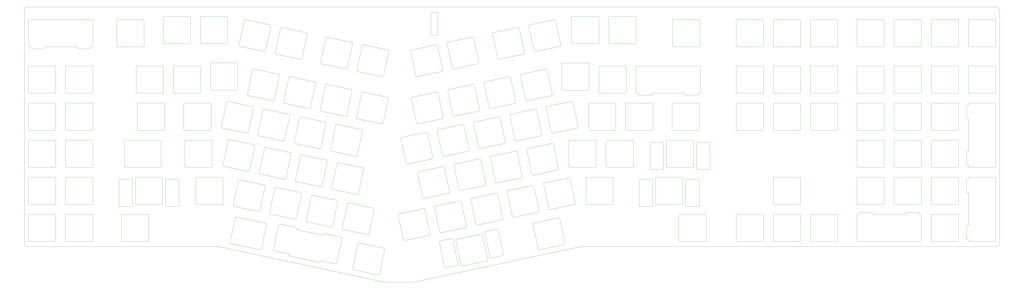
<source format=gm1>
G04 #@! TF.GenerationSoftware,KiCad,Pcbnew,(6.0.1-0)*
G04 #@! TF.CreationDate,2022-06-20T18:56:02-07:00*
G04 #@! TF.ProjectId,plate,706c6174-652e-46b6-9963-61645f706362,rev?*
G04 #@! TF.SameCoordinates,Original*
G04 #@! TF.FileFunction,Profile,NP*
%FSLAX46Y46*%
G04 Gerber Fmt 4.6, Leading zero omitted, Abs format (unit mm)*
G04 Created by KiCad (PCBNEW (6.0.1-0)) date 2022-06-20 18:56:02*
%MOMM*%
%LPD*%
G01*
G04 APERTURE LIST*
G04 #@! TA.AperFunction,Profile*
%ADD10C,0.100000*%
G04 #@! TD*
G04 #@! TA.AperFunction,Profile*
%ADD11C,0.010007*%
G04 #@! TD*
G04 #@! TA.AperFunction,Profile*
%ADD12C,0.010000*%
G04 #@! TD*
G04 APERTURE END LIST*
D10*
X2087500Y-224631250D02*
X497975000Y-224631250D01*
X498768750Y-347662500D02*
G75*
G03*
X500356250Y-346075000I0J1587500D01*
G01*
X498768750Y-347662500D02*
X285750000Y-347662500D01*
X500000Y-346075000D02*
X500000Y-226218750D01*
X500000Y-346075000D02*
G75*
G03*
X2087500Y-347662500I1587500J0D01*
G01*
X500356250Y-227012500D02*
X500356250Y-346075000D01*
X184943750Y-365918750D02*
X200025000Y-365918750D01*
X2087500Y-347662500D02*
X100012500Y-347662500D01*
X2087500Y-224631250D02*
G75*
G03*
X500000Y-226218750I0J-1587500D01*
G01*
X285750000Y-347662500D02*
X200025000Y-365918750D01*
X500356250Y-227012500D02*
G75*
G03*
X497975000Y-224631250I-2381250J0D01*
G01*
X100012500Y-347662500D02*
X184943750Y-365918750D01*
D11*
X82134950Y-274487500D02*
X82134950Y-287478424D01*
X96134950Y-274487500D02*
X96134950Y-287487500D01*
X82634950Y-287978424D02*
X95634950Y-287987500D01*
X82634950Y-273987500D02*
X95634950Y-273987500D01*
X96134950Y-274487500D02*
G75*
G03*
X95634950Y-273987500I-500001J-1D01*
G01*
X82634950Y-273987500D02*
G75*
G03*
X82134950Y-274487500I1J-500001D01*
G01*
X95634950Y-287987500D02*
G75*
G03*
X96134950Y-287487500I-1J500001D01*
G01*
X82134950Y-287478424D02*
G75*
G03*
X82634950Y-287978424I500001J1D01*
G01*
X205688687Y-328563308D02*
X208391539Y-341279227D01*
X195288615Y-344566231D02*
X208006421Y-341872256D01*
X191994621Y-331474071D02*
X194695586Y-344181113D01*
X192379739Y-330881042D02*
X205095658Y-328178190D01*
X192379739Y-330881042D02*
G75*
G03*
X191994621Y-331474071I103956J-489074D01*
G01*
X194695585Y-344181113D02*
G75*
G03*
X195288615Y-344566231I489075J103957D01*
G01*
X205688687Y-328563308D02*
G75*
G03*
X205095658Y-328178190I-489074J-103956D01*
G01*
X208006421Y-341872256D02*
G75*
G03*
X208391539Y-341279227I-103956J489074D01*
G01*
X299131850Y-307028424D02*
X312131850Y-307037500D01*
X299131850Y-293037500D02*
X312131850Y-293037500D01*
X298631850Y-293537500D02*
X298631850Y-306528424D01*
X312631850Y-293537500D02*
X312631850Y-306537500D01*
X298631850Y-306528424D02*
G75*
G03*
X299131850Y-307028424I500001J1D01*
G01*
X312631850Y-293537500D02*
G75*
G03*
X312131850Y-293037500I-500001J-1D01*
G01*
X299131850Y-293037500D02*
G75*
G03*
X298631850Y-293537500I1J-500001D01*
G01*
X312131850Y-307037500D02*
G75*
G03*
X312631850Y-306537500I-1J500001D01*
G01*
X403868750Y-268928424D02*
X416868750Y-268937500D01*
X403868750Y-254937500D02*
X416868750Y-254937500D01*
X403368750Y-255437500D02*
X403368750Y-268428424D01*
X417368750Y-255437500D02*
X417368750Y-268437500D01*
X416868750Y-268937500D02*
G75*
G03*
X417368750Y-268437500I-1J500001D01*
G01*
X417368750Y-255437500D02*
G75*
G03*
X416868750Y-254937500I-500001J-1D01*
G01*
X403868750Y-254937500D02*
G75*
G03*
X403368750Y-255437500I1J-500001D01*
G01*
X403368750Y-268428424D02*
G75*
G03*
X403868750Y-268928424I500001J1D01*
G01*
X145390209Y-238429422D02*
X142687357Y-251145341D01*
X132289172Y-235133541D02*
X145005091Y-237836393D01*
X131696143Y-235518659D02*
X128995178Y-248225700D01*
X129380296Y-248818730D02*
X142094328Y-251530459D01*
X132289172Y-235133541D02*
G75*
G03*
X131696143Y-235518659I-103955J-489074D01*
G01*
X145390209Y-238429422D02*
G75*
G03*
X145005091Y-237836393I-489074J103955D01*
G01*
X128995178Y-248225700D02*
G75*
G03*
X129380296Y-248818730I489075J-103955D01*
G01*
X142094328Y-251530459D02*
G75*
G03*
X142687357Y-251145341I103955J489074D01*
G01*
X163746496Y-338887130D02*
X176460528Y-341598859D01*
X166062343Y-325587059D02*
X163361378Y-338294100D01*
X179756409Y-328497822D02*
X177053557Y-341213741D01*
X166655372Y-325201941D02*
X179371291Y-327904793D01*
X166655372Y-325201941D02*
G75*
G03*
X166062343Y-325587059I-103955J-489074D01*
G01*
X176460528Y-341598859D02*
G75*
G03*
X177053557Y-341213741I103955J489074D01*
G01*
X163361378Y-338294100D02*
G75*
G03*
X163746496Y-338887130I489075J-103955D01*
G01*
X179756409Y-328497822D02*
G75*
G03*
X179371291Y-327904793I-489074J103955D01*
G01*
X379268750Y-231625000D02*
X379268750Y-244625000D01*
X365268750Y-231625000D02*
X365268750Y-244615924D01*
X365768750Y-231125000D02*
X378768750Y-231125000D01*
X365768750Y-245115924D02*
X378768750Y-245125000D01*
X379268750Y-231625000D02*
G75*
G03*
X378768750Y-231125000I-500001J-1D01*
G01*
X365768750Y-231125000D02*
G75*
G03*
X365268750Y-231625000I1J-500001D01*
G01*
X378768750Y-245125000D02*
G75*
G03*
X379268750Y-244625000I-1J500001D01*
G01*
X365268750Y-244615924D02*
G75*
G03*
X365768750Y-245115924I500001J1D01*
G01*
X104835643Y-293125859D02*
X102134678Y-305832900D01*
X105428672Y-292740741D02*
X118144591Y-295443593D01*
X102519796Y-306425930D02*
X115233828Y-309137659D01*
X118529709Y-296036622D02*
X115826857Y-308752541D01*
X118529709Y-296036622D02*
G75*
G03*
X118144591Y-295443593I-489074J103955D01*
G01*
X105428672Y-292740741D02*
G75*
G03*
X104835643Y-293125859I-103955J-489074D01*
G01*
X115233828Y-309137659D02*
G75*
G03*
X115826857Y-308752541I103955J489074D01*
G01*
X102134678Y-305832900D02*
G75*
G03*
X102519796Y-306425930I489075J-103955D01*
G01*
X384818750Y-312087500D02*
X397818750Y-312087500D01*
X398318750Y-312587500D02*
X398318750Y-325587500D01*
X384318750Y-312587500D02*
X384318750Y-325578424D01*
X384818750Y-326078424D02*
X397818750Y-326087500D01*
X384818750Y-312087500D02*
G75*
G03*
X384318750Y-312587500I1J-500001D01*
G01*
X397818750Y-326087500D02*
G75*
G03*
X398318750Y-325587500I-1J500001D01*
G01*
X384318750Y-325578424D02*
G75*
G03*
X384818750Y-326078424I500001J1D01*
G01*
X398318750Y-312587500D02*
G75*
G03*
X397818750Y-312087500I-500001J-1D01*
G01*
X446231250Y-312587500D02*
X446231250Y-325578424D01*
X446731250Y-312087500D02*
X459731250Y-312087500D01*
X460231250Y-312587500D02*
X460231250Y-325587500D01*
X446731250Y-326078424D02*
X459731250Y-326087500D01*
X446231250Y-325578424D02*
G75*
G03*
X446731250Y-326078424I500001J1D01*
G01*
X460231250Y-312587500D02*
G75*
G03*
X459731250Y-312087500I-500001J-1D01*
G01*
X446731250Y-312087500D02*
G75*
G03*
X446231250Y-312587500I1J-500001D01*
G01*
X459731250Y-326087500D02*
G75*
G03*
X460231250Y-325587500I-1J500001D01*
G01*
X271199885Y-289481882D02*
X283917691Y-286787907D01*
X268291009Y-275796693D02*
X281006928Y-273093841D01*
X281599957Y-273478959D02*
X284302809Y-286194878D01*
X267905891Y-276389722D02*
X270606856Y-289096764D01*
X268291009Y-275796693D02*
G75*
G03*
X267905891Y-276389722I103956J-489074D01*
G01*
X283917691Y-286787907D02*
G75*
G03*
X284302809Y-286194878I-103956J489074D01*
G01*
X270606855Y-289096764D02*
G75*
G03*
X271199885Y-289481882I489075J103957D01*
G01*
X281599957Y-273478959D02*
G75*
G03*
X281006928Y-273093841I-489074J-103956D01*
G01*
X198754391Y-271614522D02*
X201455356Y-284321564D01*
X199139509Y-271021493D02*
X211855428Y-268318641D01*
X212448457Y-268703759D02*
X215151309Y-281419678D01*
X202048385Y-284706682D02*
X214766191Y-282012707D01*
X201455355Y-284321564D02*
G75*
G03*
X202048385Y-284706682I489075J103957D01*
G01*
X199139509Y-271021493D02*
G75*
G03*
X198754391Y-271614522I103956J-489074D01*
G01*
X214766191Y-282012707D02*
G75*
G03*
X215151309Y-281419678I-103956J489074D01*
G01*
X212448457Y-268703759D02*
G75*
G03*
X211855428Y-268318641I-489074J-103956D01*
G01*
X230644091Y-284301822D02*
X233345056Y-297008864D01*
X233938085Y-297393982D02*
X246655891Y-294700007D01*
X244338157Y-281391059D02*
X247041009Y-294106978D01*
X231029209Y-283708793D02*
X243745128Y-281005941D01*
X231029209Y-283708793D02*
G75*
G03*
X230644091Y-284301822I103956J-489074D01*
G01*
X246655891Y-294700007D02*
G75*
G03*
X247041009Y-294106978I-103956J489074D01*
G01*
X244338157Y-281391059D02*
G75*
G03*
X243745128Y-281005941I-489074J-103956D01*
G01*
X233345055Y-297008864D02*
G75*
G03*
X233938085Y-297393982I489075J103957D01*
G01*
X403868750Y-287978424D02*
X416868750Y-287987500D01*
X403368750Y-274487500D02*
X403368750Y-287478424D01*
X417368750Y-274487500D02*
X417368750Y-287487500D01*
X403868750Y-273987500D02*
X416868750Y-273987500D01*
X403868750Y-273987500D02*
G75*
G03*
X403368750Y-274487500I1J-500001D01*
G01*
X403368750Y-287478424D02*
G75*
G03*
X403868750Y-287978424I500001J1D01*
G01*
X416868750Y-287987500D02*
G75*
G03*
X417368750Y-287487500I-1J500001D01*
G01*
X417368750Y-274487500D02*
G75*
G03*
X416868750Y-273987500I-500001J-1D01*
G01*
X57793750Y-312087500D02*
X70793750Y-312087500D01*
X48887500Y-313587508D02*
X48887500Y-326587508D01*
X49387500Y-313087500D02*
X55387500Y-313087508D01*
X73200000Y-327087508D02*
X79200000Y-327087508D01*
X72700000Y-313587508D02*
X72700000Y-326587500D01*
X73200000Y-313087508D02*
X79200000Y-313087508D01*
X71293750Y-312587500D02*
X71293750Y-325587500D01*
X57293750Y-312587500D02*
X57293750Y-325587500D01*
X79700000Y-313587508D02*
X79700000Y-326587508D01*
X57793750Y-326087500D02*
X70793750Y-326087500D01*
X49387500Y-327087508D02*
X55387500Y-327087508D01*
X55887500Y-313587508D02*
X55887500Y-326587500D01*
X55387500Y-327087508D02*
G75*
G03*
X55887500Y-326587508I-1J500001D01*
G01*
X55887500Y-313587500D02*
G75*
G03*
X55387500Y-313087500I-500001J-1D01*
G01*
X72700000Y-326587508D02*
G75*
G03*
X73200000Y-327087508I500001J1D01*
G01*
X70793750Y-326087500D02*
G75*
G03*
X71293750Y-325587500I-1J500001D01*
G01*
X73200000Y-313087500D02*
G75*
G03*
X72700000Y-313587500I1J-500001D01*
G01*
X57793750Y-312087500D02*
G75*
G03*
X57293750Y-312587500I1J-500001D01*
G01*
X71293750Y-312587500D02*
G75*
G03*
X70793750Y-312087500I-500001J-1D01*
G01*
X79700000Y-313587500D02*
G75*
G03*
X79200000Y-313087500I-500001J-1D01*
G01*
X79200000Y-327087508D02*
G75*
G03*
X79700000Y-326587508I-1J500001D01*
G01*
X48887500Y-326587508D02*
G75*
G03*
X49387500Y-327087508I500001J1D01*
G01*
X57293750Y-325587500D02*
G75*
G03*
X57793750Y-326087500I500001J1D01*
G01*
X49387500Y-313087500D02*
G75*
G03*
X48887500Y-313587500I1J-500001D01*
G01*
X3025000Y-254937500D02*
X16025000Y-254937500D01*
X16525000Y-255437500D02*
X16525000Y-268437500D01*
X2525000Y-255437500D02*
X2525000Y-268428424D01*
X3025000Y-268928424D02*
X16025000Y-268937500D01*
X3025000Y-254937500D02*
G75*
G03*
X2525000Y-255437500I1J-500001D01*
G01*
X16525000Y-255437500D02*
G75*
G03*
X16025000Y-254937500I-500001J-1D01*
G01*
X2525000Y-268428424D02*
G75*
G03*
X3025000Y-268928424I500001J1D01*
G01*
X16025000Y-268937500D02*
G75*
G03*
X16525000Y-268437500I-1J500001D01*
G01*
X213922885Y-340612082D02*
X226640691Y-337918107D01*
X211014009Y-326926893D02*
X223729928Y-324224041D01*
X224322957Y-324609159D02*
X227025809Y-337325078D01*
X210628891Y-327519922D02*
X213329856Y-340226964D01*
X224322957Y-324609159D02*
G75*
G03*
X223729928Y-324224041I-489074J-103956D01*
G01*
X211014009Y-326926893D02*
G75*
G03*
X210628891Y-327519922I103956J-489074D01*
G01*
X226640691Y-337918107D02*
G75*
G03*
X227025809Y-337325078I-103956J489074D01*
G01*
X213329855Y-340226964D02*
G75*
G03*
X213922885Y-340612082I489075J103957D01*
G01*
X126471996Y-330975030D02*
X139186028Y-333686759D01*
X142481909Y-320585722D02*
X139779057Y-333301641D01*
X129380872Y-317289841D02*
X142096791Y-319992693D01*
X128787843Y-317674959D02*
X126086878Y-330382000D01*
X139186028Y-333686759D02*
G75*
G03*
X139779057Y-333301641I103955J489074D01*
G01*
X129380872Y-317289841D02*
G75*
G03*
X128787843Y-317674959I-103955J-489074D01*
G01*
X126086878Y-330382000D02*
G75*
G03*
X126471996Y-330975030I489075J-103955D01*
G01*
X142481909Y-320585722D02*
G75*
G03*
X142096791Y-319992693I-489074J103955D01*
G01*
X465781250Y-273987500D02*
X478781250Y-273987500D01*
X479281250Y-274487500D02*
X479281250Y-287487500D01*
X465781250Y-287978424D02*
X478781250Y-287987500D01*
X465281250Y-274487500D02*
X465281250Y-287478424D01*
X465281250Y-287478424D02*
G75*
G03*
X465781250Y-287978424I500001J1D01*
G01*
X465781250Y-273987500D02*
G75*
G03*
X465281250Y-274487500I1J-500001D01*
G01*
X479281250Y-274487500D02*
G75*
G03*
X478781250Y-273987500I-500001J-1D01*
G01*
X478781250Y-287987500D02*
G75*
G03*
X479281250Y-287487500I-1J500001D01*
G01*
X379268750Y-331637500D02*
X379268750Y-344637500D01*
X365768750Y-345128424D02*
X378768750Y-345137500D01*
X365268750Y-331637500D02*
X365268750Y-344628424D01*
X365768750Y-331137500D02*
X378768750Y-331137500D01*
X378768750Y-345137500D02*
G75*
G03*
X379268750Y-344637500I-1J500001D01*
G01*
X365768750Y-331137500D02*
G75*
G03*
X365268750Y-331637500I1J-500001D01*
G01*
X379268750Y-331637500D02*
G75*
G03*
X378768750Y-331137500I-500001J-1D01*
G01*
X365268750Y-344628424D02*
G75*
G03*
X365768750Y-345128424I500001J1D01*
G01*
X171264896Y-257746830D02*
X183978928Y-260458559D01*
X174173772Y-244061641D02*
X186889691Y-246764493D01*
X173580743Y-244446759D02*
X170879778Y-257153800D01*
X187274809Y-247357522D02*
X184571957Y-260073441D01*
X170879778Y-257153800D02*
G75*
G03*
X171264896Y-257746830I489075J-103955D01*
G01*
X174173772Y-244061641D02*
G75*
G03*
X173580743Y-244446759I-103955J-489074D01*
G01*
X183978928Y-260458559D02*
G75*
G03*
X184571957Y-260073441I103955J489074D01*
G01*
X187274809Y-247357522D02*
G75*
G03*
X186889691Y-246764493I-489074J103955D01*
G01*
X280228357Y-312709259D02*
X282931209Y-325425178D01*
X266534291Y-315620022D02*
X269235256Y-328327064D01*
X266919409Y-315026993D02*
X279635328Y-312324141D01*
X269828285Y-328712182D02*
X282546091Y-326018207D01*
X266919409Y-315026993D02*
G75*
G03*
X266534291Y-315620022I103956J-489074D01*
G01*
X269235255Y-328327064D02*
G75*
G03*
X269828285Y-328712182I489075J103957D01*
G01*
X280228357Y-312709259D02*
G75*
G03*
X279635328Y-312324141I-489074J-103956D01*
G01*
X282546091Y-326018207D02*
G75*
G03*
X282931209Y-325425178I-103956J489074D01*
G01*
X252568985Y-293431582D02*
X265286791Y-290737607D01*
X262969057Y-277428659D02*
X265671909Y-290144578D01*
X249660109Y-279746393D02*
X262376028Y-277043541D01*
X249274991Y-280339422D02*
X251975956Y-293046464D01*
X251975955Y-293046464D02*
G75*
G03*
X252568985Y-293431582I489075J103957D01*
G01*
X249660109Y-279746393D02*
G75*
G03*
X249274991Y-280339422I103956J-489074D01*
G01*
X265286791Y-290737607D02*
G75*
G03*
X265671909Y-290144578I-103956J489074D01*
G01*
X262969057Y-277428659D02*
G75*
G03*
X262376028Y-277043541I-489074J-103956D01*
G01*
X460231250Y-255437500D02*
X460231250Y-268437500D01*
X446731250Y-254937500D02*
X459731250Y-254937500D01*
X446231250Y-255437500D02*
X446231250Y-268428424D01*
X446731250Y-268928424D02*
X459731250Y-268937500D01*
X460231250Y-255437500D02*
G75*
G03*
X459731250Y-254937500I-500001J-1D01*
G01*
X446731250Y-254937500D02*
G75*
G03*
X446231250Y-255437500I1J-500001D01*
G01*
X459731250Y-268937500D02*
G75*
G03*
X460231250Y-268437500I-1J500001D01*
G01*
X446231250Y-268428424D02*
G75*
G03*
X446731250Y-268928424I500001J1D01*
G01*
X280043750Y-307028424D02*
X293043750Y-307037500D01*
X280043750Y-293037500D02*
X293043750Y-293037500D01*
X279543750Y-293537500D02*
X279543750Y-306528424D01*
X293543750Y-293537500D02*
X293543750Y-306537500D01*
X293043750Y-307037500D02*
G75*
G03*
X293543750Y-306537500I-1J500001D01*
G01*
X280043750Y-293037500D02*
G75*
G03*
X279543750Y-293537500I1J-500001D01*
G01*
X293543750Y-293537500D02*
G75*
G03*
X293043750Y-293037500I-500001J-1D01*
G01*
X279543750Y-306528424D02*
G75*
G03*
X280043750Y-307028424I500001J1D01*
G01*
X212156357Y-244434059D02*
X214859209Y-257149978D01*
X198847409Y-246751793D02*
X211563328Y-244048941D01*
X198462291Y-247344822D02*
X201163256Y-260051864D01*
X201756285Y-260436982D02*
X214474091Y-257743007D01*
X214474091Y-257743007D02*
G75*
G03*
X214859209Y-257149978I-103956J489074D01*
G01*
X212156357Y-244434059D02*
G75*
G03*
X211563328Y-244048941I-489074J-103956D01*
G01*
X198847409Y-246751793D02*
G75*
G03*
X198462291Y-247344822I103956J-489074D01*
G01*
X201163255Y-260051864D02*
G75*
G03*
X201756285Y-260436982I489075J103957D01*
G01*
X117831209Y-276402422D02*
X115128357Y-289118341D01*
X101821296Y-286791730D02*
X114535328Y-289503459D01*
X104730172Y-273106541D02*
X117446091Y-275809393D01*
X104137143Y-273491659D02*
X101436178Y-286198700D01*
X104730172Y-273106541D02*
G75*
G03*
X104137143Y-273491659I-103955J-489074D01*
G01*
X101436178Y-286198700D02*
G75*
G03*
X101821296Y-286791730I489075J-103955D01*
G01*
X117831209Y-276402422D02*
G75*
G03*
X117446091Y-275809393I-489074J103955D01*
G01*
X114535328Y-289503459D02*
G75*
G03*
X115128357Y-289118341I103955J489074D01*
G01*
X446231250Y-274487500D02*
X446231250Y-287478424D01*
X446731250Y-273987500D02*
X459731250Y-273987500D01*
X460231250Y-274487500D02*
X460231250Y-287487500D01*
X446731250Y-287978424D02*
X459731250Y-287987500D01*
X460231250Y-274487500D02*
G75*
G03*
X459731250Y-273987500I-500001J-1D01*
G01*
X446731250Y-273987500D02*
G75*
G03*
X446231250Y-274487500I1J-500001D01*
G01*
X446231250Y-287478424D02*
G75*
G03*
X446731250Y-287978424I500001J1D01*
G01*
X459731250Y-287987500D02*
G75*
G03*
X460231250Y-287487500I-1J500001D01*
G01*
X136462109Y-280364822D02*
X133759257Y-293080741D01*
X120452196Y-290754130D02*
X133166228Y-293465859D01*
X123361072Y-277068941D02*
X136076991Y-279771793D01*
X122768043Y-277454059D02*
X120067078Y-290161100D01*
X136462109Y-280364822D02*
G75*
G03*
X136076991Y-279771793I-489074J103955D01*
G01*
X123361072Y-277068941D02*
G75*
G03*
X122768043Y-277454059I-103955J-489074D01*
G01*
X120067078Y-290161100D02*
G75*
G03*
X120452196Y-290754130I489075J-103955D01*
G01*
X133166228Y-293465859D02*
G75*
G03*
X133759257Y-293080741I103955J489074D01*
G01*
X231092057Y-264754059D02*
X233794909Y-277469978D01*
X217397991Y-267664822D02*
X220098956Y-280371864D01*
X220691985Y-280756982D02*
X233409791Y-278063007D01*
X217783109Y-267071793D02*
X230499028Y-264368941D01*
X231092057Y-264754059D02*
G75*
G03*
X230499028Y-264368941I-489074J-103956D01*
G01*
X233409791Y-278063007D02*
G75*
G03*
X233794909Y-277469978I-103956J489074D01*
G01*
X217783109Y-267071793D02*
G75*
G03*
X217397991Y-267664822I103956J-489074D01*
G01*
X220098955Y-280371864D02*
G75*
G03*
X220691985Y-280756982I489075J103957D01*
G01*
X110169643Y-313725259D02*
X107468678Y-326432300D01*
X123863709Y-316636022D02*
X121160857Y-329351941D01*
X110762672Y-313340141D02*
X123478591Y-316042993D01*
X107853796Y-327025330D02*
X120567828Y-329737059D01*
X123863709Y-316636022D02*
G75*
G03*
X123478591Y-316042993I-489074J103955D01*
G01*
X120567828Y-329737059D02*
G75*
G03*
X121160857Y-329351941I103955J489074D01*
G01*
X110762672Y-313340141D02*
G75*
G03*
X110169643Y-313725259I-103955J-489074D01*
G01*
X107468678Y-326432300D02*
G75*
G03*
X107853796Y-327025330I489075J-103955D01*
G01*
X365768750Y-287978424D02*
X378768750Y-287987500D01*
X365768750Y-273987500D02*
X378768750Y-273987500D01*
X365268750Y-274487500D02*
X365268750Y-287478424D01*
X379268750Y-274487500D02*
X379268750Y-287487500D01*
X378768750Y-287987500D02*
G75*
G03*
X379268750Y-287487500I-1J500001D01*
G01*
X379268750Y-274487500D02*
G75*
G03*
X378768750Y-273987500I-500001J-1D01*
G01*
X365268750Y-287478424D02*
G75*
G03*
X365768750Y-287978424I500001J1D01*
G01*
X365768750Y-273987500D02*
G75*
G03*
X365268750Y-274487500I1J-500001D01*
G01*
X22075000Y-287978424D02*
X35075000Y-287987500D01*
X35575000Y-274487500D02*
X35575000Y-287487500D01*
X21575000Y-274487500D02*
X21575000Y-287478424D01*
X22075000Y-273987500D02*
X35075000Y-273987500D01*
X21575000Y-287478424D02*
G75*
G03*
X22075000Y-287978424I500001J1D01*
G01*
X22075000Y-273987500D02*
G75*
G03*
X21575000Y-274487500I1J-500001D01*
G01*
X35075000Y-287987500D02*
G75*
G03*
X35575000Y-287487500I-1J500001D01*
G01*
X35575000Y-274487500D02*
G75*
G03*
X35075000Y-273987500I-500001J-1D01*
G01*
X479281250Y-231625000D02*
X479281250Y-244625000D01*
X465781250Y-245115924D02*
X478781250Y-245125000D01*
X465281250Y-231625000D02*
X465281250Y-244615924D01*
X465781250Y-231125000D02*
X478781250Y-231125000D01*
X465281250Y-244615924D02*
G75*
G03*
X465781250Y-245115924I500001J1D01*
G01*
X465781250Y-231125000D02*
G75*
G03*
X465281250Y-231625000I1J-500001D01*
G01*
X478781250Y-245125000D02*
G75*
G03*
X479281250Y-244625000I-1J500001D01*
G01*
X479281250Y-231625000D02*
G75*
G03*
X478781250Y-231125000I-500001J-1D01*
G01*
X384318750Y-231625000D02*
X384318750Y-244615924D01*
X384818750Y-245115924D02*
X397818750Y-245125000D01*
X398318750Y-231625000D02*
X398318750Y-244625000D01*
X384818750Y-231125000D02*
X397818750Y-231125000D01*
X384318750Y-244615924D02*
G75*
G03*
X384818750Y-245115924I500001J1D01*
G01*
X397818750Y-245125000D02*
G75*
G03*
X398318750Y-244625000I-1J500001D01*
G01*
X384818750Y-231125000D02*
G75*
G03*
X384318750Y-231625000I1J-500001D01*
G01*
X398318750Y-231625000D02*
G75*
G03*
X397818750Y-231125000I-500001J-1D01*
G01*
X308639450Y-274487500D02*
X308639450Y-287478424D01*
X322639450Y-274487500D02*
X322639450Y-287487500D01*
X309139450Y-273987500D02*
X322139450Y-273987500D01*
X309139450Y-287978424D02*
X322139450Y-287987500D01*
X308639450Y-287478424D02*
G75*
G03*
X309139450Y-287978424I500001J1D01*
G01*
X322639450Y-274487500D02*
G75*
G03*
X322139450Y-273987500I-500001J-1D01*
G01*
X309139450Y-273987500D02*
G75*
G03*
X308639450Y-274487500I1J-500001D01*
G01*
X322139450Y-287987500D02*
G75*
G03*
X322639450Y-287487500I-1J500001D01*
G01*
X173723909Y-288251522D02*
X171021057Y-300967441D01*
X160029843Y-285340759D02*
X157328878Y-298047800D01*
X160622872Y-284955641D02*
X173338791Y-287658493D01*
X157713996Y-298640830D02*
X170428028Y-301352559D01*
X160622872Y-284955641D02*
G75*
G03*
X160029843Y-285340759I-103955J-489074D01*
G01*
X157328878Y-298047800D02*
G75*
G03*
X157713996Y-298640830I489075J-103955D01*
G01*
X173723909Y-288251522D02*
G75*
G03*
X173338791Y-287658493I-489074J103955D01*
G01*
X170428028Y-301352559D02*
G75*
G03*
X171021057Y-300967441I103955J489074D01*
G01*
X35575000Y-293537500D02*
X35575000Y-306537500D01*
X22075000Y-307028424D02*
X35075000Y-307037500D01*
X21575000Y-293537500D02*
X21575000Y-306528424D01*
X22075000Y-293037500D02*
X35075000Y-293037500D01*
X35575000Y-293537500D02*
G75*
G03*
X35075000Y-293037500I-500001J-1D01*
G01*
X35075000Y-307037500D02*
G75*
G03*
X35575000Y-306537500I-1J500001D01*
G01*
X22075000Y-293037500D02*
G75*
G03*
X21575000Y-293537500I1J-500001D01*
G01*
X21575000Y-306528424D02*
G75*
G03*
X22075000Y-307028424I500001J1D01*
G01*
X484831250Y-231125000D02*
X497831250Y-231125000D01*
X498331250Y-231625000D02*
X498331250Y-244625000D01*
X484831250Y-245115924D02*
X497831250Y-245125000D01*
X484331250Y-231625000D02*
X484331250Y-244615924D01*
X484331250Y-244615924D02*
G75*
G03*
X484831250Y-245115924I500001J1D01*
G01*
X498331250Y-231625000D02*
G75*
G03*
X497831250Y-231125000I-500001J-1D01*
G01*
X497831250Y-245125000D02*
G75*
G03*
X498331250Y-244625000I-1J500001D01*
G01*
X484831250Y-231125000D02*
G75*
G03*
X484331250Y-231625000I1J-500001D01*
G01*
X77280218Y-268928424D02*
X90280218Y-268937500D01*
X77280218Y-254937500D02*
X90280218Y-254937500D01*
X76780218Y-255437500D02*
X76780218Y-268428424D01*
X90780218Y-255437500D02*
X90780218Y-268437500D01*
X90780218Y-255437500D02*
G75*
G03*
X90280218Y-254937500I-500001J-1D01*
G01*
X77280218Y-254937500D02*
G75*
G03*
X76780218Y-255437500I1J-500001D01*
G01*
X76780218Y-268428424D02*
G75*
G03*
X77280218Y-268928424I500001J1D01*
G01*
X90280218Y-268937500D02*
G75*
G03*
X90780218Y-268437500I-1J500001D01*
G01*
X58322450Y-274474800D02*
X58322450Y-287465724D01*
X58822450Y-287965724D02*
X71822450Y-287974800D01*
X58822450Y-273974800D02*
X71822450Y-273974800D01*
X72322450Y-274474800D02*
X72322450Y-287474800D01*
X58322450Y-287465724D02*
G75*
G03*
X58822450Y-287965724I500001J1D01*
G01*
X72322450Y-274474800D02*
G75*
G03*
X71822450Y-273974800I-500001J-1D01*
G01*
X71822450Y-287974800D02*
G75*
G03*
X72322450Y-287474800I-1J500001D01*
G01*
X58822450Y-273974800D02*
G75*
G03*
X58322450Y-274474800I1J-500001D01*
G01*
X35575000Y-312587500D02*
X35575000Y-325587500D01*
X21575000Y-312587500D02*
X21575000Y-325578424D01*
X22075000Y-326078424D02*
X35075000Y-326087500D01*
X22075000Y-312087500D02*
X35075000Y-312087500D01*
X21575000Y-325578424D02*
G75*
G03*
X22075000Y-326078424I500001J1D01*
G01*
X35575000Y-312587500D02*
G75*
G03*
X35075000Y-312087500I-500001J-1D01*
G01*
X22075000Y-312087500D02*
G75*
G03*
X21575000Y-312587500I1J-500001D01*
G01*
X35075000Y-326087500D02*
G75*
G03*
X35575000Y-325587500I-1J500001D01*
G01*
X220387185Y-256474582D02*
X233104991Y-253780607D01*
X217093191Y-243382422D02*
X219794156Y-256089464D01*
X230787257Y-240471659D02*
X233490109Y-253187578D01*
X217478309Y-242789393D02*
X230194228Y-240086541D01*
X217478309Y-242789393D02*
G75*
G03*
X217093191Y-243382422I103956J-489074D01*
G01*
X233104991Y-253780607D02*
G75*
G03*
X233490109Y-253187578I-103956J489074D01*
G01*
X230787257Y-240471659D02*
G75*
G03*
X230194228Y-240086541I-489074J-103956D01*
G01*
X219794155Y-256089464D02*
G75*
G03*
X220387185Y-256474582I489075J103957D01*
G01*
X91131250Y-229537500D02*
X104131250Y-229537500D01*
X90631250Y-230037500D02*
X90631250Y-243028424D01*
X91131250Y-243528424D02*
X104131250Y-243537500D01*
X104631250Y-230037500D02*
X104631250Y-243037500D01*
X104131250Y-243537500D02*
G75*
G03*
X104631250Y-243037500I-1J500001D01*
G01*
X90631250Y-243028424D02*
G75*
G03*
X91131250Y-243528424I500001J1D01*
G01*
X104631250Y-230037500D02*
G75*
G03*
X104131250Y-229537500I-500001J-1D01*
G01*
X91131250Y-229537500D02*
G75*
G03*
X90631250Y-230037500I1J-500001D01*
G01*
X173932472Y-268318641D02*
X186648391Y-271021493D01*
X171023596Y-282003830D02*
X183737628Y-284715559D01*
X187033509Y-271614522D02*
X184330657Y-284330441D01*
X173339443Y-268703759D02*
X170638478Y-281410800D01*
X173932472Y-268318641D02*
G75*
G03*
X173339443Y-268703759I-103955J-489074D01*
G01*
X183737628Y-284715559D02*
G75*
G03*
X184330657Y-284330441I103955J489074D01*
G01*
X187033509Y-271614522D02*
G75*
G03*
X186648391Y-271021493I-489074J103955D01*
G01*
X170638478Y-281410800D02*
G75*
G03*
X171023596Y-282003830I489075J-103955D01*
G01*
X446731250Y-231125000D02*
X459731250Y-231125000D01*
X446731250Y-245115924D02*
X459731250Y-245125000D01*
X446231250Y-231625000D02*
X446231250Y-244615924D01*
X460231250Y-231625000D02*
X460231250Y-244625000D01*
X459731250Y-245125000D02*
G75*
G03*
X460231250Y-244625000I-1J500001D01*
G01*
X446731250Y-231125000D02*
G75*
G03*
X446231250Y-231625000I1J-500001D01*
G01*
X460231250Y-231625000D02*
G75*
G03*
X459731250Y-231125000I-500001J-1D01*
G01*
X446231250Y-244615924D02*
G75*
G03*
X446731250Y-245115924I500001J1D01*
G01*
X239297485Y-276781882D02*
X252015291Y-274087907D01*
X236388609Y-263096693D02*
X249104528Y-260393841D01*
X236003491Y-263689722D02*
X238704456Y-276396764D01*
X249697557Y-260778959D02*
X252400409Y-273494878D01*
X236388609Y-263096693D02*
G75*
G03*
X236003491Y-263689722I103956J-489074D01*
G01*
X249697557Y-260778959D02*
G75*
G03*
X249104528Y-260393841I-489074J-103956D01*
G01*
X252015291Y-274087907D02*
G75*
G03*
X252400409Y-273494878I-103956J489074D01*
G01*
X238704455Y-276396764D02*
G75*
G03*
X239297485Y-276781882I489075J103957D01*
G01*
X398318750Y-331637500D02*
X398318750Y-344637500D01*
X384818750Y-345128424D02*
X397818750Y-345137500D01*
X384318750Y-331637500D02*
X384318750Y-344628424D01*
X384818750Y-331137500D02*
X397818750Y-331137500D01*
X398318750Y-331637500D02*
G75*
G03*
X397818750Y-331137500I-500001J-1D01*
G01*
X384818750Y-331137500D02*
G75*
G03*
X384318750Y-331637500I1J-500001D01*
G01*
X384318750Y-344628424D02*
G75*
G03*
X384818750Y-345128424I500001J1D01*
G01*
X397818750Y-345137500D02*
G75*
G03*
X398318750Y-344637500I-1J500001D01*
G01*
X171434443Y-346211859D02*
X168733478Y-358918900D01*
X169118596Y-359511930D02*
X181832628Y-362223659D01*
X172027472Y-345826741D02*
X184743391Y-348529593D01*
X185128509Y-349122622D02*
X182425657Y-361838541D01*
X181832628Y-362223659D02*
G75*
G03*
X182425657Y-361838541I103955J489074D01*
G01*
X172027472Y-345826741D02*
G75*
G03*
X171434443Y-346211859I-103955J-489074D01*
G01*
X185128509Y-349122622D02*
G75*
G03*
X184743391Y-348529593I-489074J103955D01*
G01*
X168733478Y-358918900D02*
G75*
G03*
X169118596Y-359511930I489075J-103955D01*
G01*
X115105496Y-270129330D02*
X127819528Y-272841059D01*
X131115409Y-259740022D02*
X128412557Y-272455941D01*
X118014372Y-256444141D02*
X130730291Y-259146993D01*
X117421343Y-256829259D02*
X114720378Y-269536300D01*
X131115409Y-259740022D02*
G75*
G03*
X130730291Y-259146993I-489074J103955D01*
G01*
X114720378Y-269536300D02*
G75*
G03*
X115105496Y-270129330I489075J-103955D01*
G01*
X118014372Y-256444141D02*
G75*
G03*
X117421343Y-256829259I-103955J-489074D01*
G01*
X127819528Y-272841059D02*
G75*
G03*
X128412557Y-272455941I103955J489074D01*
G01*
X212411009Y-287658493D02*
X225126928Y-284955641D01*
X212025891Y-288251522D02*
X214726856Y-300958564D01*
X215319885Y-301343682D02*
X228037691Y-298649707D01*
X225719957Y-285340759D02*
X228422809Y-298056678D01*
X228037691Y-298649707D02*
G75*
G03*
X228422809Y-298056678I-103956J489074D01*
G01*
X225719957Y-285340759D02*
G75*
G03*
X225126928Y-284955641I-489074J-103956D01*
G01*
X212411009Y-287658493D02*
G75*
G03*
X212025891Y-288251522I103956J-489074D01*
G01*
X214726855Y-300958564D02*
G75*
G03*
X215319885Y-301343682I489075J103957D01*
G01*
X427181250Y-312587500D02*
X427181250Y-325578424D01*
X427681250Y-312087500D02*
X440681250Y-312087500D01*
X427681250Y-326078424D02*
X440681250Y-326087500D01*
X441181250Y-312587500D02*
X441181250Y-325587500D01*
X441181250Y-312587500D02*
G75*
G03*
X440681250Y-312087500I-500001J-1D01*
G01*
X427181250Y-325578424D02*
G75*
G03*
X427681250Y-326078424I500001J1D01*
G01*
X427681250Y-312087500D02*
G75*
G03*
X427181250Y-312587500I1J-500001D01*
G01*
X440681250Y-326087500D02*
G75*
G03*
X441181250Y-325587500I-1J500001D01*
G01*
X441181250Y-231625000D02*
X441181250Y-244625000D01*
X427681250Y-231125000D02*
X440681250Y-231125000D01*
X427181250Y-231625000D02*
X427181250Y-244615924D01*
X427681250Y-245115924D02*
X440681250Y-245125000D01*
X441181250Y-231625000D02*
G75*
G03*
X440681250Y-231125000I-500001J-1D01*
G01*
X440681250Y-245125000D02*
G75*
G03*
X441181250Y-244625000I-1J500001D01*
G01*
X427681250Y-231125000D02*
G75*
G03*
X427181250Y-231625000I1J-500001D01*
G01*
X427181250Y-244615924D02*
G75*
G03*
X427681250Y-245115924I500001J1D01*
G01*
X254066357Y-235518659D02*
X256769209Y-248234578D01*
X240372291Y-238429422D02*
X243073256Y-251136464D01*
X243666285Y-251521582D02*
X256384091Y-248827607D01*
X240757409Y-237836393D02*
X253473328Y-235133541D01*
X240757409Y-237836393D02*
G75*
G03*
X240372291Y-238429422I103956J-489074D01*
G01*
X243073255Y-251136464D02*
G75*
G03*
X243666285Y-251521582I489075J103957D01*
G01*
X254066357Y-235518659D02*
G75*
G03*
X253473328Y-235133541I-489074J-103956D01*
G01*
X256384091Y-248827607D02*
G75*
G03*
X256769209Y-248234578I-103956J489074D01*
G01*
X57725550Y-255437500D02*
X57725550Y-268428424D01*
X58225550Y-254937500D02*
X71225550Y-254937500D01*
X58225550Y-268928424D02*
X71225550Y-268937500D01*
X71725550Y-255437500D02*
X71725550Y-268437500D01*
X71225550Y-268937500D02*
G75*
G03*
X71725550Y-268437500I-1J500001D01*
G01*
X58225550Y-254937500D02*
G75*
G03*
X57725550Y-255437500I1J-500001D01*
G01*
X71725550Y-255437500D02*
G75*
G03*
X71225550Y-254937500I-500001J-1D01*
G01*
X57725550Y-268428424D02*
G75*
G03*
X58225550Y-268928424I500001J1D01*
G01*
X479281250Y-255437500D02*
X479281250Y-268437500D01*
X465281250Y-255437500D02*
X465281250Y-268428424D01*
X465781250Y-254937500D02*
X478781250Y-254937500D01*
X465781250Y-268928424D02*
X478781250Y-268937500D01*
X478781250Y-268937500D02*
G75*
G03*
X479281250Y-268437500I-1J500001D01*
G01*
X465281250Y-268428424D02*
G75*
G03*
X465781250Y-268928424I500001J1D01*
G01*
X479281250Y-255437500D02*
G75*
G03*
X478781250Y-254937500I-500001J-1D01*
G01*
X465781250Y-254937500D02*
G75*
G03*
X465281250Y-255437500I1J-500001D01*
G01*
X154962543Y-240484359D02*
X152261578Y-253191400D01*
X168656609Y-243395122D02*
X165953757Y-256111041D01*
X155555572Y-240099241D02*
X168271491Y-242802093D01*
X152646696Y-253784430D02*
X165360728Y-256496159D01*
X168656609Y-243395122D02*
G75*
G03*
X168271491Y-242802093I-489074J103955D01*
G01*
X155555572Y-240099241D02*
G75*
G03*
X154962543Y-240484359I-103955J-489074D01*
G01*
X152261578Y-253191400D02*
G75*
G03*
X152646696Y-253784430I489075J-103955D01*
G01*
X165360728Y-256496159D02*
G75*
G03*
X165953757Y-256111041I103955J489074D01*
G01*
X259388309Y-233873993D02*
X272104228Y-231171141D01*
X262297185Y-247559182D02*
X275014991Y-244865207D01*
X259003191Y-234467022D02*
X261704156Y-247174064D01*
X272697257Y-231556259D02*
X275400109Y-244272178D01*
X275014991Y-244865207D02*
G75*
G03*
X275400109Y-244272178I-103956J489074D01*
G01*
X272697257Y-231556259D02*
G75*
G03*
X272104228Y-231171141I-489074J-103956D01*
G01*
X259388309Y-233873993D02*
G75*
G03*
X259003191Y-234467022I103956J-489074D01*
G01*
X261704155Y-247174064D02*
G75*
G03*
X262297185Y-247559182I489075J103957D01*
G01*
X271579657Y-295068959D02*
X274282509Y-307784878D01*
X258270709Y-297386693D02*
X270986628Y-294683841D01*
X257885591Y-297979722D02*
X260586556Y-310686764D01*
X261179585Y-311071882D02*
X273897391Y-308377907D01*
X273897391Y-308377907D02*
G75*
G03*
X274282509Y-307784878I-103956J489074D01*
G01*
X271579657Y-295068959D02*
G75*
G03*
X270986628Y-294683841I-489074J-103956D01*
G01*
X260586555Y-310686764D02*
G75*
G03*
X261179585Y-311071882I489075J103957D01*
G01*
X258270709Y-297386693D02*
G75*
G03*
X257885591Y-297979722I103956J-489074D01*
G01*
D12*
X484331250Y-320206250D02*
X483831242Y-320206250D01*
D11*
X483331242Y-313706250D02*
X483331242Y-319706250D01*
D12*
X484331250Y-337018750D02*
X484331250Y-320206250D01*
D11*
X483331242Y-337518750D02*
X483331242Y-343518750D01*
D12*
X497831250Y-312087500D02*
X484840326Y-312087500D01*
X484331250Y-337018750D02*
X483831242Y-337018750D01*
X498331250Y-312587500D02*
X498331250Y-344637500D01*
X484331250Y-344637500D02*
X484331250Y-344018750D01*
X497831250Y-345137500D02*
X484831250Y-345137500D01*
X484331250Y-313206250D02*
X483831242Y-313206250D01*
X484331250Y-313206250D02*
X484331250Y-312587500D01*
X484331250Y-344018750D02*
X483831242Y-344018750D01*
D11*
X483831242Y-313206250D02*
G75*
G03*
X483331242Y-313706250I1J-500001D01*
G01*
X483831242Y-337018750D02*
G75*
G03*
X483331242Y-337518750I1J-500001D01*
G01*
X498331250Y-312587500D02*
G75*
G03*
X497831250Y-312087500I-500001J-1D01*
G01*
X484331250Y-344637500D02*
G75*
G03*
X484831250Y-345137500I500001J1D01*
G01*
X483331242Y-343518750D02*
G75*
G03*
X483831242Y-344018750I500001J1D01*
G01*
X483331242Y-319706250D02*
G75*
G03*
X483831242Y-320206250I500001J1D01*
G01*
X484840326Y-312087500D02*
G75*
G03*
X484331250Y-312587500I-4535J-504541D01*
G01*
X497831250Y-345137500D02*
G75*
G03*
X498331250Y-344637500I-1J500001D01*
G01*
X384318750Y-255437500D02*
X384318750Y-268428424D01*
X398318750Y-255437500D02*
X398318750Y-268437500D01*
X384818750Y-254937500D02*
X397818750Y-254937500D01*
X384818750Y-268928424D02*
X397818750Y-268937500D01*
X384818750Y-254937500D02*
G75*
G03*
X384318750Y-255437500I1J-500001D01*
G01*
X384318750Y-268428424D02*
G75*
G03*
X384818750Y-268928424I500001J1D01*
G01*
X397818750Y-268937500D02*
G75*
G03*
X398318750Y-268437500I-1J500001D01*
G01*
X398318750Y-255437500D02*
G75*
G03*
X397818750Y-254937500I-500001J-1D01*
G01*
X82693750Y-293537500D02*
X82693750Y-306528424D01*
X96693750Y-293537500D02*
X96693750Y-306537500D01*
X83193750Y-307028424D02*
X96193750Y-307037500D01*
X83193750Y-293037500D02*
X96193750Y-293037500D01*
X96693750Y-293537500D02*
G75*
G03*
X96193750Y-293037500I-500001J-1D01*
G01*
X82693750Y-306528424D02*
G75*
G03*
X83193750Y-307028424I500001J1D01*
G01*
X83193750Y-293037500D02*
G75*
G03*
X82693750Y-293537500I1J-500001D01*
G01*
X96193750Y-307037500D02*
G75*
G03*
X96693750Y-306537500I-1J500001D01*
G01*
X261174891Y-336232122D02*
X263875856Y-348939164D01*
X261560009Y-335639093D02*
X274275928Y-332936241D01*
X264468885Y-349324282D02*
X277186691Y-346630307D01*
X274868957Y-333321359D02*
X277571809Y-346037278D01*
X261560009Y-335639092D02*
G75*
G03*
X261174891Y-336232122I103957J-489075D01*
G01*
X277186691Y-346630308D02*
G75*
G03*
X277571809Y-346037278I-103957J489075D01*
G01*
X263875855Y-348939164D02*
G75*
G03*
X264468885Y-349324282I489075J103957D01*
G01*
X274868958Y-333321359D02*
G75*
G03*
X274275928Y-332936241I-489075J-103957D01*
G01*
X168389909Y-267677522D02*
X165687057Y-280393441D01*
X154695843Y-264766759D02*
X151994878Y-277473800D01*
X155288872Y-264381641D02*
X168004791Y-267084493D01*
X152379996Y-278066830D02*
X165094028Y-280778559D01*
X151994878Y-277473800D02*
G75*
G03*
X152379996Y-278066830I489075J-103955D01*
G01*
X165094028Y-280778559D02*
G75*
G03*
X165687057Y-280393441I103955J489074D01*
G01*
X155288872Y-264381641D02*
G75*
G03*
X154695843Y-264766759I-103955J-489074D01*
G01*
X168389909Y-267677522D02*
G75*
G03*
X168004791Y-267084493I-489074J103955D01*
G01*
X314028850Y-230037500D02*
X314028850Y-243037500D01*
X300028850Y-230037500D02*
X300028850Y-243028424D01*
X300528850Y-229537500D02*
X313528850Y-229537500D01*
X300528850Y-243528424D02*
X313528850Y-243537500D01*
X300528850Y-229537500D02*
G75*
G03*
X300028850Y-230037500I1J-500001D01*
G01*
X314028850Y-230037500D02*
G75*
G03*
X313528850Y-229537500I-500001J-1D01*
G01*
X313528850Y-243537500D02*
G75*
G03*
X314028850Y-243037500I-1J500001D01*
G01*
X300028850Y-243028424D02*
G75*
G03*
X300528850Y-243528424I500001J1D01*
G01*
X247890691Y-319582422D02*
X250591656Y-332289464D01*
X261584757Y-316671659D02*
X264287609Y-329387578D01*
X251184685Y-332674582D02*
X263902491Y-329980607D01*
X248275809Y-318989393D02*
X260991728Y-316286541D01*
X248275809Y-318989393D02*
G75*
G03*
X247890691Y-319582422I103956J-489074D01*
G01*
X250591655Y-332289464D02*
G75*
G03*
X251184685Y-332674582I489075J103957D01*
G01*
X263902491Y-329980607D02*
G75*
G03*
X264287609Y-329387578I-103956J489074D01*
G01*
X261584757Y-316671659D02*
G75*
G03*
X260991728Y-316286541I-489074J-103956D01*
G01*
X332451950Y-274487500D02*
X332451950Y-287478424D01*
X332951950Y-287978424D02*
X345951950Y-287987500D01*
X332951950Y-273987500D02*
X345951950Y-273987500D01*
X346451950Y-274487500D02*
X346451950Y-287487500D01*
X332951950Y-273987500D02*
G75*
G03*
X332451950Y-274487500I1J-500001D01*
G01*
X346451950Y-274487500D02*
G75*
G03*
X345951950Y-273987500I-500001J-1D01*
G01*
X332451950Y-287478424D02*
G75*
G03*
X332951950Y-287978424I500001J1D01*
G01*
X345951950Y-287987500D02*
G75*
G03*
X346451950Y-287487500I-1J500001D01*
G01*
X141979272Y-281044041D02*
X154695191Y-283746893D01*
X155080309Y-284339922D02*
X152377457Y-297055841D01*
X139070396Y-294729230D02*
X151784428Y-297440959D01*
X141386243Y-281429159D02*
X138685278Y-294136200D01*
X138685278Y-294136200D02*
G75*
G03*
X139070396Y-294729230I489075J-103955D01*
G01*
X155080309Y-284339922D02*
G75*
G03*
X154695191Y-283746893I-489074J103955D01*
G01*
X141979272Y-281044041D02*
G75*
G03*
X141386243Y-281429159I-103955J-489074D01*
G01*
X151784428Y-297440959D02*
G75*
G03*
X152377457Y-297055841I103955J489074D01*
G01*
X193407691Y-292226622D02*
X196108656Y-304933664D01*
X193792809Y-291633593D02*
X206508728Y-288930741D01*
X196701685Y-305318782D02*
X209419491Y-302624807D01*
X207101757Y-289315859D02*
X209804609Y-302031778D01*
X196108655Y-304933664D02*
G75*
G03*
X196701685Y-305318782I489075J103957D01*
G01*
X207101757Y-289315859D02*
G75*
G03*
X206508728Y-288930741I-489074J-103956D01*
G01*
X209419491Y-302624807D02*
G75*
G03*
X209804609Y-302031778I-103956J489074D01*
G01*
X193792809Y-291633593D02*
G75*
G03*
X193407691Y-292226622I103956J-489074D01*
G01*
X2525000Y-312587500D02*
X2525000Y-325578424D01*
X3025000Y-312087500D02*
X16025000Y-312087500D01*
X16525000Y-312587500D02*
X16525000Y-325587500D01*
X3025000Y-326078424D02*
X16025000Y-326087500D01*
X16525000Y-312587500D02*
G75*
G03*
X16025000Y-312087500I-500001J-1D01*
G01*
X3025000Y-312087500D02*
G75*
G03*
X2525000Y-312587500I1J-500001D01*
G01*
X2525000Y-325578424D02*
G75*
G03*
X3025000Y-326078424I500001J1D01*
G01*
X16025000Y-326087500D02*
G75*
G03*
X16525000Y-325587500I-1J500001D01*
G01*
X213158526Y-345409132D02*
X215861378Y-358125051D01*
X236450666Y-340458235D02*
X239153518Y-353174154D01*
X213543644Y-344816103D02*
X219412529Y-343568633D01*
X239746547Y-353559272D02*
X245615433Y-352311802D01*
X216454407Y-358510169D02*
X222323293Y-357262699D01*
X220005559Y-343953751D02*
X222708411Y-356669669D01*
X224884872Y-357740559D02*
X237600791Y-355037707D01*
X236835784Y-339865206D02*
X242704669Y-338617736D01*
X235283057Y-341728759D02*
X237985909Y-354444678D01*
X221588991Y-344639522D02*
X224291843Y-357355441D01*
X221974109Y-344046493D02*
X234690028Y-341343641D01*
X243297699Y-339002854D02*
X246000551Y-351718772D01*
X221974109Y-344046492D02*
G75*
G03*
X221588991Y-344639522I103957J-489075D01*
G01*
X239153517Y-353174154D02*
G75*
G03*
X239746547Y-353559272I489075J103957D01*
G01*
X243297699Y-339002854D02*
G75*
G03*
X242704669Y-338617736I-489075J-103957D01*
G01*
X224291842Y-357355441D02*
G75*
G03*
X224884872Y-357740559I489075J103957D01*
G01*
X213543644Y-344816102D02*
G75*
G03*
X213158526Y-345409132I103957J-489075D01*
G01*
X236835784Y-339865205D02*
G75*
G03*
X236450666Y-340458235I103957J-489075D01*
G01*
X235283058Y-341728759D02*
G75*
G03*
X234690028Y-341343641I-489075J-103957D01*
G01*
X215861377Y-358125051D02*
G75*
G03*
X216454407Y-358510169I489075J103957D01*
G01*
X237600791Y-355037708D02*
G75*
G03*
X237985909Y-354444678I-103957J489075D01*
G01*
X222323293Y-357262700D02*
G75*
G03*
X222708411Y-356669669I-103957J489075D01*
G01*
X220005559Y-343953751D02*
G75*
G03*
X219412529Y-343568633I-489075J-103957D01*
G01*
X245615433Y-352311802D02*
G75*
G03*
X246000551Y-351718772I-103957J489075D01*
G01*
X427181250Y-255437500D02*
X427181250Y-268428424D01*
X441181250Y-255437500D02*
X441181250Y-268437500D01*
X427681250Y-254937500D02*
X440681250Y-254937500D01*
X427681250Y-268928424D02*
X440681250Y-268937500D01*
X440681250Y-268937500D02*
G75*
G03*
X441181250Y-268437500I-1J500001D01*
G01*
X427681250Y-254937500D02*
G75*
G03*
X427181250Y-255437500I1J-500001D01*
G01*
X441181250Y-255437500D02*
G75*
G03*
X440681250Y-254937500I-500001J-1D01*
G01*
X427181250Y-268428424D02*
G75*
G03*
X427681250Y-268928424I500001J1D01*
G01*
X384818750Y-287978424D02*
X397818750Y-287987500D01*
X384318750Y-274487500D02*
X384318750Y-287478424D01*
X384818750Y-273987500D02*
X397818750Y-273987500D01*
X398318750Y-274487500D02*
X398318750Y-287487500D01*
X397818750Y-287987500D02*
G75*
G03*
X398318750Y-287487500I-1J500001D01*
G01*
X384818750Y-273987500D02*
G75*
G03*
X384318750Y-274487500I1J-500001D01*
G01*
X398318750Y-274487500D02*
G75*
G03*
X397818750Y-273987500I-500001J-1D01*
G01*
X384318750Y-287478424D02*
G75*
G03*
X384818750Y-287978424I500001J1D01*
G01*
D10*
X209385750Y-239237500D02*
X211885750Y-239237500D01*
X212385750Y-238737500D02*
X212385750Y-227987500D01*
X211885750Y-227487500D02*
X209385750Y-227487500D01*
X208885750Y-227987500D02*
X208885750Y-238737500D01*
X208885750Y-238737500D02*
G75*
G03*
X209385750Y-239237500I500001J1D01*
G01*
X212385750Y-227987500D02*
G75*
G03*
X211885750Y-227487500I-500001J-1D01*
G01*
X209385750Y-227487500D02*
G75*
G03*
X208885750Y-227987500I1J-500001D01*
G01*
X211885750Y-239237500D02*
G75*
G03*
X212385750Y-238737500I-1J500001D01*
G01*
D11*
X427181250Y-293537500D02*
X427181250Y-306528424D01*
X441181250Y-293537500D02*
X441181250Y-306537500D01*
X427681250Y-293037500D02*
X440681250Y-293037500D01*
X427681250Y-307028424D02*
X440681250Y-307037500D01*
X440681250Y-307037500D02*
G75*
G03*
X441181250Y-306537500I-1J500001D01*
G01*
X441181250Y-293537500D02*
G75*
G03*
X440681250Y-293037500I-500001J-1D01*
G01*
X427681250Y-293037500D02*
G75*
G03*
X427181250Y-293537500I1J-500001D01*
G01*
X427181250Y-306528424D02*
G75*
G03*
X427681250Y-307028424I500001J1D01*
G01*
D12*
X27456250Y-245125000D02*
X10643750Y-245125000D01*
X3643750Y-245125000D02*
X3643750Y-245625008D01*
X2525000Y-231625000D02*
X2525000Y-244615924D01*
D11*
X4143750Y-246125008D02*
X10143750Y-246125008D01*
X27956250Y-246125008D02*
X33956250Y-246125008D01*
D12*
X35575000Y-231625000D02*
X35575000Y-244625000D01*
X27456250Y-245125000D02*
X27456250Y-245625008D01*
X35075000Y-245125000D02*
X34456250Y-245125000D01*
X34456250Y-245125000D02*
X34456250Y-245625008D01*
X3643750Y-245125000D02*
X3025000Y-245125000D01*
X3025000Y-231125000D02*
X35075000Y-231125000D01*
X10643750Y-245125000D02*
X10643750Y-245625008D01*
D11*
X3025000Y-231125000D02*
G75*
G03*
X2525000Y-231625000I1J-500001D01*
G01*
X35575000Y-231625000D02*
G75*
G03*
X35075000Y-231125000I-500001J-1D01*
G01*
X27456250Y-245625008D02*
G75*
G03*
X27956250Y-246125008I500001J1D01*
G01*
X10143750Y-246125008D02*
G75*
G03*
X10643750Y-245625008I-1J500001D01*
G01*
X33956250Y-246125008D02*
G75*
G03*
X34456250Y-245625008I-1J500001D01*
G01*
X3643750Y-245625008D02*
G75*
G03*
X4143750Y-246125008I500001J1D01*
G01*
X35075000Y-245125000D02*
G75*
G03*
X35575000Y-244625000I-1J500001D01*
G01*
X2525000Y-244615924D02*
G75*
G03*
X3025000Y-245125000I504541J-4535D01*
G01*
X72081250Y-229537500D02*
X85081250Y-229537500D01*
X72081250Y-243528424D02*
X85081250Y-243537500D01*
X71581250Y-230037500D02*
X71581250Y-243028424D01*
X85581250Y-230037500D02*
X85581250Y-243037500D01*
X85081250Y-243537500D02*
G75*
G03*
X85581250Y-243037500I-1J500001D01*
G01*
X72081250Y-229537500D02*
G75*
G03*
X71581250Y-230037500I1J-500001D01*
G01*
X85581250Y-230037500D02*
G75*
G03*
X85081250Y-229537500I-500001J-1D01*
G01*
X71581250Y-243028424D02*
G75*
G03*
X72081250Y-243528424I500001J1D01*
G01*
X215712357Y-306956159D02*
X218415209Y-319672078D01*
X205312285Y-322959082D02*
X218030091Y-320265107D01*
X202018291Y-309866922D02*
X204719256Y-322573964D01*
X202403409Y-309273893D02*
X215119328Y-306571041D01*
X218030091Y-320265107D02*
G75*
G03*
X218415209Y-319672078I-103956J489074D01*
G01*
X215712357Y-306956159D02*
G75*
G03*
X215119328Y-306571041I-489074J-103956D01*
G01*
X202403409Y-309273893D02*
G75*
G03*
X202018291Y-309866922I103956J-489074D01*
G01*
X204719255Y-322573964D02*
G75*
G03*
X205312285Y-322959082I489075J103957D01*
G01*
D12*
X435300000Y-331137500D02*
X452112500Y-331137500D01*
X460231250Y-344637500D02*
X460231250Y-331646576D01*
X427181250Y-344637500D02*
X427181250Y-331637500D01*
D11*
X434800000Y-330137492D02*
X428800000Y-330137492D01*
D12*
X428300000Y-331137500D02*
X428300000Y-330637492D01*
X459112500Y-331137500D02*
X459112500Y-330637492D01*
X452112500Y-331137500D02*
X452112500Y-330637492D01*
X459731250Y-345137500D02*
X427681250Y-345137500D01*
X459112500Y-331137500D02*
X459731250Y-331137500D01*
X435300000Y-331137500D02*
X435300000Y-330637492D01*
D11*
X458612500Y-330137492D02*
X452612500Y-330137492D01*
D12*
X427681250Y-331137500D02*
X428300000Y-331137500D01*
D11*
X459731250Y-345137500D02*
G75*
G03*
X460231250Y-344637500I-1J500001D01*
G01*
X452612500Y-330137492D02*
G75*
G03*
X452112500Y-330637492I1J-500001D01*
G01*
X428800000Y-330137492D02*
G75*
G03*
X428300000Y-330637492I1J-500001D01*
G01*
X460231250Y-331646576D02*
G75*
G03*
X459731250Y-331137500I-504541J4535D01*
G01*
X459112500Y-330637492D02*
G75*
G03*
X458612500Y-330137492I-500001J-1D01*
G01*
X427681250Y-331137500D02*
G75*
G03*
X427181250Y-331637500I1J-500001D01*
G01*
X427181250Y-344637500D02*
G75*
G03*
X427681250Y-345137500I500001J1D01*
G01*
X435300000Y-330637492D02*
G75*
G03*
X434800000Y-330137492I-500001J-1D01*
G01*
X102250000Y-312587500D02*
X102250000Y-325587500D01*
X88750000Y-312087500D02*
X101750000Y-312087500D01*
X88750000Y-326078424D02*
X101750000Y-326087500D01*
X88250000Y-312587500D02*
X88250000Y-325578424D01*
X88250000Y-325578424D02*
G75*
G03*
X88750000Y-326078424I500001J1D01*
G01*
X102250000Y-312587500D02*
G75*
G03*
X101750000Y-312087500I-500001J-1D01*
G01*
X88750000Y-312087500D02*
G75*
G03*
X88250000Y-312587500I1J-500001D01*
G01*
X101750000Y-326087500D02*
G75*
G03*
X102250000Y-325587500I-1J500001D01*
G01*
X465281250Y-293537500D02*
X465281250Y-306528424D01*
X465781250Y-293037500D02*
X478781250Y-293037500D01*
X465781250Y-307028424D02*
X478781250Y-307037500D01*
X479281250Y-293537500D02*
X479281250Y-306537500D01*
X479281250Y-293537500D02*
G75*
G03*
X478781250Y-293037500I-500001J-1D01*
G01*
X478781250Y-307037500D02*
G75*
G03*
X479281250Y-306537500I-1J500001D01*
G01*
X465281250Y-306528424D02*
G75*
G03*
X465781250Y-307028424I500001J1D01*
G01*
X465781250Y-293037500D02*
G75*
G03*
X465281250Y-293537500I1J-500001D01*
G01*
X50150000Y-331637500D02*
X50150000Y-344628424D01*
X64150000Y-331637500D02*
X64150000Y-344637500D01*
X50650000Y-331137500D02*
X63650000Y-331137500D01*
X50650000Y-345128424D02*
X63650000Y-345137500D01*
X64150000Y-331637500D02*
G75*
G03*
X63650000Y-331137500I-500001J-1D01*
G01*
X50650000Y-331137500D02*
G75*
G03*
X50150000Y-331637500I1J-500001D01*
G01*
X50150000Y-344628424D02*
G75*
G03*
X50650000Y-345128424I500001J1D01*
G01*
X63650000Y-345137500D02*
G75*
G03*
X64150000Y-344637500I-1J500001D01*
G01*
D12*
X497831250Y-307037500D02*
X484831250Y-307037500D01*
X498331250Y-274487500D02*
X498331250Y-306537500D01*
X484331250Y-298918750D02*
X484331250Y-282106250D01*
D11*
X483331242Y-299418750D02*
X483331242Y-305418750D01*
D12*
X484331250Y-306537500D02*
X484331250Y-305918750D01*
X484331250Y-298918750D02*
X483831242Y-298918750D01*
X484331250Y-282106250D02*
X483831242Y-282106250D01*
X497831250Y-273987500D02*
X484840326Y-273987500D01*
X484331250Y-275106250D02*
X483831242Y-275106250D01*
D11*
X483331242Y-275606250D02*
X483331242Y-281606250D01*
D12*
X484331250Y-305918750D02*
X483831242Y-305918750D01*
X484331250Y-275106250D02*
X484331250Y-274487500D01*
D11*
X483831242Y-298918750D02*
G75*
G03*
X483331242Y-299418750I1J-500001D01*
G01*
X484331250Y-306537500D02*
G75*
G03*
X484831250Y-307037500I500001J1D01*
G01*
X483831242Y-275106250D02*
G75*
G03*
X483331242Y-275606250I1J-500001D01*
G01*
X483331242Y-305418750D02*
G75*
G03*
X483831242Y-305918750I500001J1D01*
G01*
X484840326Y-273987500D02*
G75*
G03*
X484331250Y-274487500I-4535J-504541D01*
G01*
X498331250Y-274487500D02*
G75*
G03*
X497831250Y-273987500I-500001J-1D01*
G01*
X497831250Y-307037500D02*
G75*
G03*
X498331250Y-306537500I-1J500001D01*
G01*
X483331242Y-281606250D02*
G75*
G03*
X483831242Y-282106250I500001J1D01*
G01*
X95825550Y-253850000D02*
X95825550Y-266840924D01*
X109825550Y-253850000D02*
X109825550Y-266850000D01*
X96325550Y-267340924D02*
X109325550Y-267350000D01*
X96325550Y-253350000D02*
X109325550Y-253350000D01*
X109825550Y-253850000D02*
G75*
G03*
X109325550Y-253350000I-500001J-1D01*
G01*
X95825550Y-266840924D02*
G75*
G03*
X96325550Y-267340924I500001J1D01*
G01*
X96325550Y-253350000D02*
G75*
G03*
X95825550Y-253850000I1J-500001D01*
G01*
X109325550Y-267350000D02*
G75*
G03*
X109825550Y-266850000I-1J500001D01*
G01*
X220649191Y-305891822D02*
X223350156Y-318598864D01*
X221034309Y-305298793D02*
X233750228Y-302595941D01*
X223943185Y-318983982D02*
X236660991Y-316290007D01*
X234343257Y-302981059D02*
X237046109Y-315696978D01*
X223350155Y-318598864D02*
G75*
G03*
X223943185Y-318983982I489075J103957D01*
G01*
X221034309Y-305298793D02*
G75*
G03*
X220649191Y-305891822I103956J-489074D01*
G01*
X236660991Y-316290007D02*
G75*
G03*
X237046109Y-315696978I-103956J489074D01*
G01*
X234343257Y-302981059D02*
G75*
G03*
X233750228Y-302595941I-489074J-103956D01*
G01*
X21575000Y-255437500D02*
X21575000Y-268428424D01*
X22075000Y-254937500D02*
X35075000Y-254937500D01*
X22075000Y-268928424D02*
X35075000Y-268937500D01*
X35575000Y-255437500D02*
X35575000Y-268437500D01*
X35075000Y-268937500D02*
G75*
G03*
X35575000Y-268437500I-1J500001D01*
G01*
X21575000Y-268428424D02*
G75*
G03*
X22075000Y-268928424I500001J1D01*
G01*
X22075000Y-254937500D02*
G75*
G03*
X21575000Y-255437500I1J-500001D01*
G01*
X35575000Y-255437500D02*
G75*
G03*
X35075000Y-254937500I-500001J-1D01*
G01*
X289602150Y-274487500D02*
X289602150Y-287478424D01*
X290102150Y-273987500D02*
X303102150Y-273987500D01*
X303602150Y-274487500D02*
X303602150Y-287487500D01*
X290102150Y-287978424D02*
X303102150Y-287987500D01*
X303102150Y-287987500D02*
G75*
G03*
X303602150Y-287487500I-1J500001D01*
G01*
X290102150Y-273987500D02*
G75*
G03*
X289602150Y-274487500I1J-500001D01*
G01*
X289602150Y-287478424D02*
G75*
G03*
X290102150Y-287978424I500001J1D01*
G01*
X303602150Y-274487500D02*
G75*
G03*
X303102150Y-273987500I-500001J-1D01*
G01*
X35575000Y-331637500D02*
X35575000Y-344637500D01*
X22075000Y-331137500D02*
X35075000Y-331137500D01*
X21575000Y-331637500D02*
X21575000Y-344628424D01*
X22075000Y-345128424D02*
X35075000Y-345137500D01*
X22075000Y-331137500D02*
G75*
G03*
X21575000Y-331637500I1J-500001D01*
G01*
X35075000Y-345137500D02*
G75*
G03*
X35575000Y-344637500I-1J500001D01*
G01*
X21575000Y-344628424D02*
G75*
G03*
X22075000Y-345128424I500001J1D01*
G01*
X35575000Y-331637500D02*
G75*
G03*
X35075000Y-331137500I-500001J-1D01*
G01*
X281466150Y-243528424D02*
X294466150Y-243537500D01*
X281466150Y-229537500D02*
X294466150Y-229537500D01*
X294966150Y-230037500D02*
X294966150Y-243037500D01*
X280966150Y-230037500D02*
X280966150Y-243028424D01*
X294466150Y-243537500D02*
G75*
G03*
X294966150Y-243037500I-1J500001D01*
G01*
X280966150Y-243028424D02*
G75*
G03*
X281466150Y-243528424I500001J1D01*
G01*
X281466150Y-229537500D02*
G75*
G03*
X280966150Y-230037500I1J-500001D01*
G01*
X294966150Y-230037500D02*
G75*
G03*
X294466150Y-229537500I-500001J-1D01*
G01*
X302275000Y-312587500D02*
X302275000Y-325587500D01*
X288775000Y-326078424D02*
X301775000Y-326087500D01*
X288275000Y-312587500D02*
X288275000Y-325578424D01*
X288775000Y-312087500D02*
X301775000Y-312087500D01*
X288775000Y-312087500D02*
G75*
G03*
X288275000Y-312587500I1J-500001D01*
G01*
X301775000Y-326087500D02*
G75*
G03*
X302275000Y-325587500I-1J500001D01*
G01*
X302275000Y-312587500D02*
G75*
G03*
X301775000Y-312087500I-500001J-1D01*
G01*
X288275000Y-325578424D02*
G75*
G03*
X288775000Y-326078424I500001J1D01*
G01*
D12*
X313998850Y-255437500D02*
X313998850Y-268428424D01*
X315117600Y-268937500D02*
X315117600Y-269437508D01*
X315117600Y-268937500D02*
X314498850Y-268937500D01*
X347048850Y-255437500D02*
X347048850Y-268437500D01*
X314498850Y-254937500D02*
X346548850Y-254937500D01*
X346548850Y-268937500D02*
X345930100Y-268937500D01*
X322117600Y-268937500D02*
X322117600Y-269437508D01*
X338930100Y-268937500D02*
X322117600Y-268937500D01*
D11*
X339430100Y-269937508D02*
X345430100Y-269937508D01*
D12*
X338930100Y-268937500D02*
X338930100Y-269437508D01*
D11*
X315617600Y-269937508D02*
X321617600Y-269937508D01*
D12*
X345930100Y-268937500D02*
X345930100Y-269437508D01*
D11*
X345430100Y-269937508D02*
G75*
G03*
X345930100Y-269437508I-1J500001D01*
G01*
X338930100Y-269437508D02*
G75*
G03*
X339430100Y-269937508I500001J1D01*
G01*
X321617600Y-269937508D02*
G75*
G03*
X322117600Y-269437508I-1J500001D01*
G01*
X314498850Y-254937500D02*
G75*
G03*
X313998850Y-255437500I1J-500001D01*
G01*
X315117600Y-269437508D02*
G75*
G03*
X315617600Y-269937508I500001J1D01*
G01*
X347048850Y-255437500D02*
G75*
G03*
X346548850Y-254937500I-500001J-1D01*
G01*
X346548850Y-268937500D02*
G75*
G03*
X347048850Y-268437500I-1J500001D01*
G01*
X313998850Y-268428424D02*
G75*
G03*
X314498850Y-268937500I504541J-4535D01*
G01*
X465781250Y-312087500D02*
X478781250Y-312087500D01*
X479281250Y-312587500D02*
X479281250Y-325587500D01*
X465781250Y-326078424D02*
X478781250Y-326087500D01*
X465281250Y-312587500D02*
X465281250Y-325578424D01*
X478781250Y-326087500D02*
G75*
G03*
X479281250Y-325587500I-1J500001D01*
G01*
X465781250Y-312087500D02*
G75*
G03*
X465281250Y-312587500I1J-500001D01*
G01*
X479281250Y-312587500D02*
G75*
G03*
X478781250Y-312087500I-500001J-1D01*
G01*
X465281250Y-325578424D02*
G75*
G03*
X465781250Y-326078424I500001J1D01*
G01*
X308948850Y-255437500D02*
X308948850Y-268437500D01*
X294948850Y-255437500D02*
X294948850Y-268428424D01*
X295448850Y-268928424D02*
X308448850Y-268937500D01*
X295448850Y-254937500D02*
X308448850Y-254937500D01*
X308948850Y-255437500D02*
G75*
G03*
X308448850Y-254937500I-500001J-1D01*
G01*
X294948850Y-268428424D02*
G75*
G03*
X295448850Y-268928424I500001J1D01*
G01*
X308448850Y-268937500D02*
G75*
G03*
X308948850Y-268437500I-1J500001D01*
G01*
X295448850Y-254937500D02*
G75*
G03*
X294948850Y-255437500I1J-500001D01*
G01*
X2525000Y-331637500D02*
X2525000Y-344628424D01*
X16525000Y-331637500D02*
X16525000Y-344637500D01*
X3025000Y-345128424D02*
X16025000Y-345137500D01*
X3025000Y-331137500D02*
X16025000Y-331137500D01*
X2525000Y-344628424D02*
G75*
G03*
X3025000Y-345128424I500001J1D01*
G01*
X3025000Y-331137500D02*
G75*
G03*
X2525000Y-331637500I1J-500001D01*
G01*
X16525000Y-331637500D02*
G75*
G03*
X16025000Y-331137500I-500001J-1D01*
G01*
X16025000Y-345137500D02*
G75*
G03*
X16525000Y-344637500I-1J500001D01*
G01*
X339400000Y-313587508D02*
X339400000Y-326587500D01*
X346400000Y-313587508D02*
X346400000Y-326587508D01*
X339900000Y-327087508D02*
X345900000Y-327087508D01*
X323993750Y-312587500D02*
X323993750Y-325587500D01*
X316087500Y-313087500D02*
X322087500Y-313087508D01*
X337993750Y-312587500D02*
X337993750Y-325587500D01*
X316087500Y-327087508D02*
X322087500Y-327087508D01*
X324493750Y-326087500D02*
X337493750Y-326087500D01*
X324493750Y-312087500D02*
X337493750Y-312087500D01*
X322587500Y-313587508D02*
X322587500Y-326587500D01*
X339900000Y-313087508D02*
X345900000Y-313087508D01*
X315587500Y-313587508D02*
X315587500Y-326587508D01*
X316087500Y-313087500D02*
G75*
G03*
X315587500Y-313587500I1J-500001D01*
G01*
X322587500Y-313587500D02*
G75*
G03*
X322087500Y-313087500I-500001J-1D01*
G01*
X337993750Y-312587500D02*
G75*
G03*
X337493750Y-312087500I-500001J-1D01*
G01*
X339900000Y-313087500D02*
G75*
G03*
X339400000Y-313587500I1J-500001D01*
G01*
X339400000Y-326587508D02*
G75*
G03*
X339900000Y-327087508I500001J1D01*
G01*
X324493750Y-312087500D02*
G75*
G03*
X323993750Y-312587500I1J-500001D01*
G01*
X345900000Y-327087508D02*
G75*
G03*
X346400000Y-326587508I-1J500001D01*
G01*
X323993750Y-325587500D02*
G75*
G03*
X324493750Y-326087500I500001J1D01*
G01*
X315587500Y-326587508D02*
G75*
G03*
X316087500Y-327087508I500001J1D01*
G01*
X337493750Y-326087500D02*
G75*
G03*
X337993750Y-325587500I-1J500001D01*
G01*
X346400000Y-313587500D02*
G75*
G03*
X345900000Y-313087500I-500001J-1D01*
G01*
X322087500Y-327087508D02*
G75*
G03*
X322587500Y-326587508I-1J500001D01*
G01*
X479281250Y-331637500D02*
X479281250Y-344637500D01*
X465781250Y-345128424D02*
X478781250Y-345137500D01*
X465281250Y-331637500D02*
X465281250Y-344628424D01*
X465781250Y-331137500D02*
X478781250Y-331137500D01*
X478781250Y-345137500D02*
G75*
G03*
X479281250Y-344637500I-1J500001D01*
G01*
X479281250Y-331637500D02*
G75*
G03*
X478781250Y-331137500I-500001J-1D01*
G01*
X465281250Y-344628424D02*
G75*
G03*
X465781250Y-345128424I500001J1D01*
G01*
X465781250Y-331137500D02*
G75*
G03*
X465281250Y-331637500I1J-500001D01*
G01*
X332725000Y-231625000D02*
X332725000Y-244615924D01*
X333225000Y-245115924D02*
X346225000Y-245125000D01*
X346725000Y-231625000D02*
X346725000Y-244625000D01*
X333225000Y-231125000D02*
X346225000Y-231125000D01*
X332725000Y-244615924D02*
G75*
G03*
X333225000Y-245115924I500001J1D01*
G01*
X346225000Y-245125000D02*
G75*
G03*
X346725000Y-244625000I-1J500001D01*
G01*
X333225000Y-231125000D02*
G75*
G03*
X332725000Y-231625000I1J-500001D01*
G01*
X346725000Y-231625000D02*
G75*
G03*
X346225000Y-231125000I-500001J-1D01*
G01*
X110762096Y-244869030D02*
X123476128Y-247580759D01*
X126772009Y-234479722D02*
X124069157Y-247195641D01*
X113670972Y-231183841D02*
X126386891Y-233886693D01*
X113077943Y-231568959D02*
X110376978Y-244276000D01*
X110376978Y-244276000D02*
G75*
G03*
X110762096Y-244869030I489075J-103955D01*
G01*
X126772009Y-234479722D02*
G75*
G03*
X126386891Y-233886693I-489074J103955D01*
G01*
X113670972Y-231183841D02*
G75*
G03*
X113077943Y-231568959I-103955J-489074D01*
G01*
X123476128Y-247580759D02*
G75*
G03*
X124069157Y-247195641I103955J489074D01*
G01*
X417368750Y-331637500D02*
X417368750Y-344637500D01*
X403368750Y-331637500D02*
X403368750Y-344628424D01*
X403868750Y-331137500D02*
X416868750Y-331137500D01*
X403868750Y-345128424D02*
X416868750Y-345137500D01*
X416868750Y-345137500D02*
G75*
G03*
X417368750Y-344637500I-1J500001D01*
G01*
X403868750Y-331137500D02*
G75*
G03*
X403368750Y-331637500I1J-500001D01*
G01*
X417368750Y-331637500D02*
G75*
G03*
X416868750Y-331137500I-500001J-1D01*
G01*
X403368750Y-344628424D02*
G75*
G03*
X403868750Y-345128424I500001J1D01*
G01*
X403368750Y-231625000D02*
X403368750Y-244615924D01*
X417368750Y-231625000D02*
X417368750Y-244625000D01*
X403868750Y-231125000D02*
X416868750Y-231125000D01*
X403868750Y-245115924D02*
X416868750Y-245125000D01*
X416868750Y-245125000D02*
G75*
G03*
X417368750Y-244625000I-1J500001D01*
G01*
X403368750Y-244615924D02*
G75*
G03*
X403868750Y-245115924I500001J1D01*
G01*
X417368750Y-231625000D02*
G75*
G03*
X416868750Y-231125000I-500001J-1D01*
G01*
X403868750Y-231125000D02*
G75*
G03*
X403368750Y-231625000I1J-500001D01*
G01*
X289911550Y-253926200D02*
X289911550Y-266926200D01*
X276411550Y-267417124D02*
X289411550Y-267426200D01*
X275911550Y-253926200D02*
X275911550Y-266917124D01*
X276411550Y-253426200D02*
X289411550Y-253426200D01*
X289911550Y-253926200D02*
G75*
G03*
X289411550Y-253426200I-500001J-1D01*
G01*
X275911550Y-266917124D02*
G75*
G03*
X276411550Y-267417124I500001J1D01*
G01*
X276411550Y-253426200D02*
G75*
G03*
X275911550Y-253926200I1J-500001D01*
G01*
X289411550Y-267426200D02*
G75*
G03*
X289911550Y-266926200I-1J500001D01*
G01*
X2525000Y-274487500D02*
X2525000Y-287478424D01*
X3025000Y-287978424D02*
X16025000Y-287987500D01*
X3025000Y-273987500D02*
X16025000Y-273987500D01*
X16525000Y-274487500D02*
X16525000Y-287487500D01*
X2525000Y-287478424D02*
G75*
G03*
X3025000Y-287978424I500001J1D01*
G01*
X3025000Y-273987500D02*
G75*
G03*
X2525000Y-274487500I1J-500001D01*
G01*
X16025000Y-287987500D02*
G75*
G03*
X16525000Y-287487500I-1J500001D01*
G01*
X16525000Y-274487500D02*
G75*
G03*
X16025000Y-273987500I-500001J-1D01*
G01*
X147431443Y-321637359D02*
X144730478Y-334344400D01*
X161125509Y-324548122D02*
X158422657Y-337264041D01*
X145115596Y-334937430D02*
X157829628Y-337649159D01*
X148024472Y-321252241D02*
X160740391Y-323955093D01*
X148024472Y-321252241D02*
G75*
G03*
X147431443Y-321637359I-103955J-489074D01*
G01*
X157829628Y-337649159D02*
G75*
G03*
X158422657Y-337264041I103955J489074D01*
G01*
X144730478Y-334344400D02*
G75*
G03*
X145115596Y-334937430I489075J-103955D01*
G01*
X161125509Y-324548122D02*
G75*
G03*
X160740391Y-323955093I-489074J103955D01*
G01*
X252974157Y-299005959D02*
X255677009Y-311721878D01*
X242574085Y-315008882D02*
X255291891Y-312314907D01*
X239665209Y-301323693D02*
X252381128Y-298620841D01*
X239280091Y-301916722D02*
X241981056Y-314623764D01*
X239665209Y-301323693D02*
G75*
G03*
X239280091Y-301916722I103956J-489074D01*
G01*
X255291891Y-312314907D02*
G75*
G03*
X255677009Y-311721878I-103956J489074D01*
G01*
X241981055Y-314623764D02*
G75*
G03*
X242574085Y-315008882I489075J103957D01*
G01*
X252974157Y-299005959D02*
G75*
G03*
X252381128Y-298620841I-489074J-103956D01*
G01*
D12*
X109144658Y-332466551D02*
X124189791Y-335664493D01*
D11*
X108551629Y-332851669D02*
X105850664Y-345558710D01*
X124574909Y-336257522D02*
X121872057Y-348973441D01*
D12*
X106235782Y-346151740D02*
X121279028Y-349358559D01*
D11*
X109144658Y-332466552D02*
G75*
G03*
X108551629Y-332851669I-103955J-489074D01*
G01*
X121279028Y-349358559D02*
G75*
G03*
X121872057Y-348973441I103955J489074D01*
G01*
X124574909Y-336257522D02*
G75*
G03*
X124189791Y-335664493I-489074J103955D01*
G01*
X105850664Y-345558710D02*
G75*
G03*
X106235782Y-346151740I489075J-103955D01*
G01*
X61768750Y-231625000D02*
X61768750Y-244625000D01*
X47768750Y-231625000D02*
X47768750Y-244615924D01*
X48268750Y-231125000D02*
X61268750Y-231125000D01*
X48268750Y-245115924D02*
X61268750Y-245125000D01*
X47768750Y-244615924D02*
G75*
G03*
X48268750Y-245115924I500001J1D01*
G01*
X61768750Y-231625000D02*
G75*
G03*
X61268750Y-231125000I-500001J-1D01*
G01*
X48268750Y-231125000D02*
G75*
G03*
X47768750Y-231625000I1J-500001D01*
G01*
X61268750Y-245125000D02*
G75*
G03*
X61768750Y-244625000I-1J500001D01*
G01*
D12*
X52237500Y-293037500D02*
X70000000Y-293037500D01*
D11*
X70500000Y-293537500D02*
X70500000Y-306537500D01*
X51737500Y-293537500D02*
X51737500Y-306528424D01*
D12*
X52237500Y-307028424D02*
X70000000Y-307037500D01*
D11*
X70500000Y-293537500D02*
G75*
G03*
X70000000Y-293037500I-500001J-1D01*
G01*
X70000000Y-307037500D02*
G75*
G03*
X70500000Y-306537500I-1J500001D01*
G01*
X51737500Y-306528424D02*
G75*
G03*
X52237500Y-307028424I500001J1D01*
G01*
X52237500Y-293037500D02*
G75*
G03*
X51737500Y-293537500I1J-500001D01*
G01*
X345456250Y-294037508D02*
X351456250Y-294037508D01*
X351956250Y-294537508D02*
X351956250Y-307537508D01*
X328143750Y-294537508D02*
X328143750Y-307537500D01*
X321143750Y-294537508D02*
X321143750Y-307537508D01*
X330050000Y-293037500D02*
X343050000Y-293037500D01*
X321643750Y-308037508D02*
X327643750Y-308037508D01*
X321643750Y-294037500D02*
X327643750Y-294037508D01*
X329550000Y-293537500D02*
X329550000Y-306537500D01*
X330050000Y-307037500D02*
X343050000Y-307037500D01*
X344956250Y-294537508D02*
X344956250Y-307537500D01*
X345456250Y-308037508D02*
X351456250Y-308037508D01*
X343550000Y-293537500D02*
X343550000Y-306537500D01*
X329550000Y-306537500D02*
G75*
G03*
X330050000Y-307037500I500001J1D01*
G01*
X328143750Y-294537500D02*
G75*
G03*
X327643750Y-294037500I-500001J-1D01*
G01*
X351956250Y-294537500D02*
G75*
G03*
X351456250Y-294037500I-500001J-1D01*
G01*
X330050000Y-293037500D02*
G75*
G03*
X329550000Y-293537500I1J-500001D01*
G01*
X351456250Y-308037508D02*
G75*
G03*
X351956250Y-307537508I-1J500001D01*
G01*
X327643750Y-308037508D02*
G75*
G03*
X328143750Y-307537508I-1J500001D01*
G01*
X343550000Y-293537500D02*
G75*
G03*
X343050000Y-293037500I-500001J-1D01*
G01*
X345456250Y-294037500D02*
G75*
G03*
X344956250Y-294537500I1J-500001D01*
G01*
X321143750Y-307537508D02*
G75*
G03*
X321643750Y-308037508I500001J1D01*
G01*
X321643750Y-294037500D02*
G75*
G03*
X321143750Y-294537500I1J-500001D01*
G01*
X344956250Y-307537508D02*
G75*
G03*
X345456250Y-308037508I500001J1D01*
G01*
X343050000Y-307037500D02*
G75*
G03*
X343550000Y-306537500I-1J500001D01*
G01*
X336400000Y-345128424D02*
X349400000Y-345137500D01*
X335900000Y-331637500D02*
X335900000Y-344628424D01*
X336400000Y-331137500D02*
X349400000Y-331137500D01*
X349900000Y-331637500D02*
X349900000Y-344637500D01*
X349400000Y-345137500D02*
G75*
G03*
X349900000Y-344637500I-1J500001D01*
G01*
X335900000Y-344628424D02*
G75*
G03*
X336400000Y-345128424I500001J1D01*
G01*
X349900000Y-331637500D02*
G75*
G03*
X349400000Y-331137500I-500001J-1D01*
G01*
X336400000Y-331137500D02*
G75*
G03*
X335900000Y-331637500I1J-500001D01*
G01*
X121150696Y-310388330D02*
X133864728Y-313100059D01*
X123466543Y-297088259D02*
X120765578Y-309795300D01*
X137160609Y-299999022D02*
X134457757Y-312714941D01*
X124059572Y-296703141D02*
X136775491Y-299405993D01*
X133864728Y-313100059D02*
G75*
G03*
X134457757Y-312714941I103955J489074D01*
G01*
X137160609Y-299999022D02*
G75*
G03*
X136775491Y-299405993I-489074J103955D01*
G01*
X120765578Y-309795300D02*
G75*
G03*
X121150696Y-310388330I489075J-103955D01*
G01*
X124059572Y-296703141D02*
G75*
G03*
X123466543Y-297088259I-103955J-489074D01*
G01*
X365268750Y-255437500D02*
X365268750Y-268428424D01*
X365768750Y-268928424D02*
X378768750Y-268937500D01*
X379268750Y-255437500D02*
X379268750Y-268437500D01*
X365768750Y-254937500D02*
X378768750Y-254937500D01*
X379268750Y-255437500D02*
G75*
G03*
X378768750Y-254937500I-500001J-1D01*
G01*
X365268750Y-268428424D02*
G75*
G03*
X365768750Y-268928424I500001J1D01*
G01*
X378768750Y-268937500D02*
G75*
G03*
X379268750Y-268437500I-1J500001D01*
G01*
X365768750Y-254937500D02*
G75*
G03*
X365268750Y-255437500I1J-500001D01*
G01*
X174397009Y-307885722D02*
X171694157Y-320601641D01*
X161295972Y-304589841D02*
X174011891Y-307292693D01*
X158387096Y-318275030D02*
X171101128Y-320986759D01*
X160702943Y-304974959D02*
X158001978Y-317682000D01*
X158001978Y-317682000D02*
G75*
G03*
X158387096Y-318275030I489075J-103955D01*
G01*
X174397009Y-307885722D02*
G75*
G03*
X174011891Y-307292693I-489074J103955D01*
G01*
X171101128Y-320986759D02*
G75*
G03*
X171694157Y-320601641I103955J489074D01*
G01*
X161295972Y-304589841D02*
G75*
G03*
X160702943Y-304974959I-103955J-489074D01*
G01*
X16525000Y-293537500D02*
X16525000Y-306537500D01*
X3025000Y-307028424D02*
X16025000Y-307037500D01*
X2525000Y-293537500D02*
X2525000Y-306528424D01*
X3025000Y-293037500D02*
X16025000Y-293037500D01*
X2525000Y-306528424D02*
G75*
G03*
X3025000Y-307028424I500001J1D01*
G01*
X3025000Y-293037500D02*
G75*
G03*
X2525000Y-293537500I1J-500001D01*
G01*
X16025000Y-307037500D02*
G75*
G03*
X16525000Y-306537500I-1J500001D01*
G01*
X16525000Y-293537500D02*
G75*
G03*
X16025000Y-293037500I-500001J-1D01*
G01*
X136052243Y-260804359D02*
X133351278Y-273511400D01*
X136645272Y-260419241D02*
X149361191Y-263122093D01*
X133736396Y-274104430D02*
X146450428Y-276816159D01*
X149746309Y-263715122D02*
X147043457Y-276431041D01*
X149746309Y-263715122D02*
G75*
G03*
X149361191Y-263122093I-489074J103955D01*
G01*
X133351278Y-273511400D02*
G75*
G03*
X133736396Y-274104430I489075J-103955D01*
G01*
X146450428Y-276816159D02*
G75*
G03*
X147043457Y-276431041I103955J489074D01*
G01*
X136645272Y-260419241D02*
G75*
G03*
X136052243Y-260804359I-103955J-489074D01*
G01*
X229657609Y-322951793D02*
X242373528Y-320248941D01*
X242966557Y-320634059D02*
X245669409Y-333349978D01*
X229272491Y-323544822D02*
X231973456Y-336251864D01*
X232566485Y-336636982D02*
X245284291Y-333943007D01*
X245284291Y-333943007D02*
G75*
G03*
X245669409Y-333349978I-103956J489074D01*
G01*
X231973455Y-336251864D02*
G75*
G03*
X232566485Y-336636982I489075J103957D01*
G01*
X229657609Y-322951793D02*
G75*
G03*
X229272491Y-323544822I103956J-489074D01*
G01*
X242966557Y-320634059D02*
G75*
G03*
X242373528Y-320248941I-489074J-103956D01*
G01*
X460231250Y-293537500D02*
X460231250Y-306537500D01*
X446231250Y-293537500D02*
X446231250Y-306528424D01*
X446731250Y-307028424D02*
X459731250Y-307037500D01*
X446731250Y-293037500D02*
X459731250Y-293037500D01*
X446231250Y-306528424D02*
G75*
G03*
X446731250Y-307028424I500001J1D01*
G01*
X460231250Y-293537500D02*
G75*
G03*
X459731250Y-293037500I-500001J-1D01*
G01*
X446731250Y-293037500D02*
G75*
G03*
X446231250Y-293537500I1J-500001D01*
G01*
X459731250Y-307037500D02*
G75*
G03*
X460231250Y-306537500I-1J500001D01*
G01*
X484831250Y-254937500D02*
X497831250Y-254937500D01*
X484331250Y-255437500D02*
X484331250Y-268428424D01*
X498331250Y-255437500D02*
X498331250Y-268437500D01*
X484831250Y-268928424D02*
X497831250Y-268937500D01*
X484331250Y-268428424D02*
G75*
G03*
X484831250Y-268928424I500001J1D01*
G01*
X497831250Y-268937500D02*
G75*
G03*
X498331250Y-268437500I-1J500001D01*
G01*
X484831250Y-254937500D02*
G75*
G03*
X484331250Y-255437500I1J-500001D01*
G01*
X498331250Y-255437500D02*
G75*
G03*
X497831250Y-254937500I-500001J-1D01*
G01*
X427681250Y-287978424D02*
X440681250Y-287987500D01*
X427181250Y-274487500D02*
X427181250Y-287478424D01*
X427681250Y-273987500D02*
X440681250Y-273987500D01*
X441181250Y-274487500D02*
X441181250Y-287487500D01*
X427681250Y-273987500D02*
G75*
G03*
X427181250Y-274487500I1J-500001D01*
G01*
X441181250Y-274487500D02*
G75*
G03*
X440681250Y-273987500I-500001J-1D01*
G01*
X427181250Y-287478424D02*
G75*
G03*
X427681250Y-287978424I500001J1D01*
G01*
X440681250Y-287987500D02*
G75*
G03*
X441181250Y-287487500I-1J500001D01*
G01*
X255044909Y-259159693D02*
X267760828Y-256456841D01*
X257953785Y-272844882D02*
X270671591Y-270150907D01*
X254659791Y-259752722D02*
X257360756Y-272459764D01*
X268353857Y-256841959D02*
X271056709Y-269557878D01*
X255044909Y-259159693D02*
G75*
G03*
X254659791Y-259752722I103956J-489074D01*
G01*
X270671591Y-270150907D02*
G75*
G03*
X271056709Y-269557878I-103956J489074D01*
G01*
X268353857Y-256841959D02*
G75*
G03*
X267760828Y-256456841I-489074J-103956D01*
G01*
X257360755Y-272459764D02*
G75*
G03*
X257953785Y-272844882I489075J103957D01*
G01*
X139743496Y-314312630D02*
X152457528Y-317024359D01*
X142059343Y-301012559D02*
X139358378Y-313719600D01*
X155753409Y-303923322D02*
X153050557Y-316639241D01*
X142652372Y-300627441D02*
X155368291Y-303330293D01*
X155753409Y-303923322D02*
G75*
G03*
X155368291Y-303330293I-489074J103955D01*
G01*
X142652372Y-300627441D02*
G75*
G03*
X142059343Y-301012559I-103955J-489074D01*
G01*
X152457528Y-317024359D02*
G75*
G03*
X153050557Y-316639241I103955J489074D01*
G01*
X139358378Y-313719600D02*
G75*
G03*
X139743496Y-314312630I489075J-103955D01*
G01*
D12*
X136513235Y-352599518D02*
X151558045Y-355797398D01*
X139888619Y-339004209D02*
X154004511Y-342004635D01*
X154108467Y-341515561D02*
X154004511Y-342004635D01*
X152255032Y-354923199D02*
X159988833Y-356567069D01*
X154701497Y-341130443D02*
X162899596Y-342873003D01*
X139992574Y-338515135D02*
X139888619Y-339004209D01*
D11*
X130816327Y-336564664D02*
X128113475Y-349280583D01*
D12*
X136232073Y-351517414D02*
X136128117Y-352006488D01*
X131409357Y-336179546D02*
X139607456Y-337922106D01*
X128498593Y-349873612D02*
X136232073Y-351517414D01*
D11*
X163284714Y-343466032D02*
X160581862Y-356181951D01*
D12*
X152255032Y-354923199D02*
X152151075Y-355412280D01*
D11*
X159988833Y-356567068D02*
G75*
G03*
X160581862Y-356181951I103955J489074D01*
G01*
X151558045Y-355797398D02*
G75*
G03*
X152151075Y-355412280I103955J489075D01*
G01*
X154701497Y-341130443D02*
G75*
G03*
X154108467Y-341515561I-103955J-489075D01*
G01*
X131409357Y-336179546D02*
G75*
G03*
X130816327Y-336564664I-103955J-489075D01*
G01*
X163284713Y-343466032D02*
G75*
G03*
X162899596Y-342873003I-489074J103955D01*
G01*
X139992573Y-338515135D02*
G75*
G03*
X139607456Y-337922106I-489074J103955D01*
G01*
X128113476Y-349280583D02*
G75*
G03*
X128498593Y-349873612I489074J-103955D01*
G01*
X136128117Y-352006488D02*
G75*
G03*
X136513235Y-352599518I489075J-103955D01*
G01*
M02*

</source>
